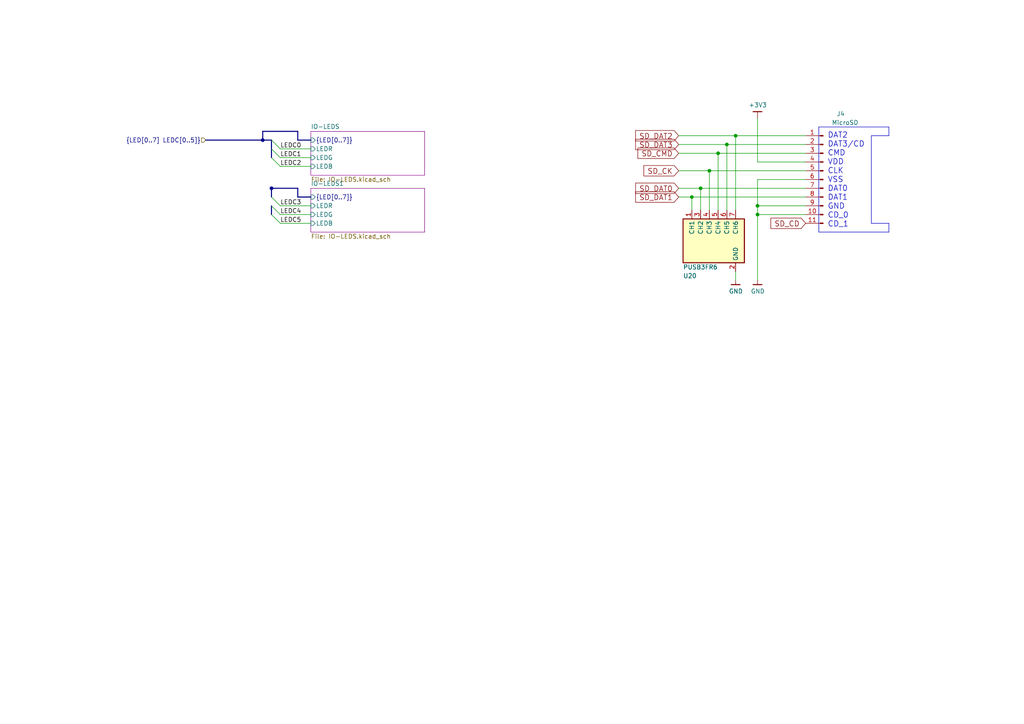
<source format=kicad_sch>
(kicad_sch (version 20200512) (host eeschema "5.99.0-unknown-711fc99~101~ubuntu18.04.1")
  (page 1 20)
  (paper "A4")
  (title_block (title "ButterStick") (date "2019-06-14") (rev "r0.2") (company "GsD"))
  (lib_symbols
    (symbol "Connector:Conn_01x11_Male" (pin_names hide)
      (property "Reference" "J" (at 0 15.24 0))
      (property "Value" "Conn_01x11_Male" (at 0 -15.24 0))
      (symbol "Conn_01x11_Male_1_1"
        (rectangle (start 0.8636 -12.573) (end 0 -12.827) (fill (type outline)))
        (rectangle (start 0.8636 -10.033) (end 0 -10.287) (fill (type outline)))
        (rectangle (start 0.8636 -7.493) (end 0 -7.747) (fill (type outline)))
        (rectangle (start 0.8636 -4.953) (end 0 -5.207) (fill (type outline)))
        (rectangle (start 0.8636 -2.413) (end 0 -2.667) (fill (type outline)))
        (rectangle (start 0.8636 0.127) (end 0 -0.127) (fill (type outline)))
        (rectangle (start 0.8636 2.667) (end 0 2.413) (fill (type outline)))
        (rectangle (start 0.8636 5.207) (end 0 4.953) (fill (type outline)))
        (rectangle (start 0.8636 7.747) (end 0 7.493) (fill (type outline)))
        (rectangle (start 0.8636 10.287) (end 0 10.033) (fill (type outline)))
        (rectangle (start 0.8636 12.827) (end 0 12.573) (fill (type outline)))
        (polyline (pts (xy 1.27 -12.7) (xy 0.8636 -12.7)))
        (polyline (pts (xy 1.27 -10.16) (xy 0.8636 -10.16)))
        (polyline (pts (xy 1.27 -7.62) (xy 0.8636 -7.62)))
        (polyline (pts (xy 1.27 -5.08) (xy 0.8636 -5.08)))
        (polyline (pts (xy 1.27 -2.54) (xy 0.8636 -2.54)))
        (polyline (pts (xy 1.27 0) (xy 0.8636 0)))
        (polyline (pts (xy 1.27 2.54) (xy 0.8636 2.54)))
        (polyline (pts (xy 1.27 5.08) (xy 0.8636 5.08)))
        (polyline (pts (xy 1.27 7.62) (xy 0.8636 7.62)))
        (polyline (pts (xy 1.27 10.16) (xy 0.8636 10.16)))
        (polyline (pts (xy 1.27 12.7) (xy 0.8636 12.7)))
        (pin passive line (at 5.08 12.7 180) (length 3.81) (name "Pin_1") (number "1"))
        (pin passive line (at 5.08 -10.16 180) (length 3.81) (name "Pin_10") (number "10"))
        (pin passive line (at 5.08 -12.7 180) (length 3.81) (name "Pin_11") (number "11"))
        (pin passive line (at 5.08 10.16 180) (length 3.81) (name "Pin_2") (number "2"))
        (pin passive line (at 5.08 7.62 180) (length 3.81) (name "Pin_3") (number "3"))
        (pin passive line (at 5.08 5.08 180) (length 3.81) (name "Pin_4") (number "4"))
        (pin passive line (at 5.08 2.54 180) (length 3.81) (name "Pin_5") (number "5"))
        (pin passive line (at 5.08 0 180) (length 3.81) (name "Pin_6") (number "6"))
        (pin passive line (at 5.08 -2.54 180) (length 3.81) (name "Pin_7") (number "7"))
        (pin passive line (at 5.08 -5.08 180) (length 3.81) (name "Pin_8") (number "8"))
        (pin passive line (at 5.08 -7.62 180) (length 3.81) (name "Pin_9") (number "9"))
      )
    )
    (symbol "gkl_misc:PUSB3FR6"
      (property "Reference" "U" (at 0 12.7 0))
      (property "Value" "PUSB3FR6" (at 0 10.16 0))
      (symbol "PUSB3FR6_0_1"
        (rectangle (start -6.35 8.89) (end 6.35 -8.89) (stroke (width 0.3302)) (fill (type background)))
      )
      (symbol "PUSB3FR6_1_1"
        (pin input line (at -8.89 6.35 0) (length 2.54) (name "CH1") (number "1"))
        (pin input line (at 8.89 -6.35 180) (length 2.54) (name "GND") (number "2"))
        (pin input line (at -8.89 3.81 0) (length 2.54) (name "CH2") (number "3"))
        (pin input line (at -8.89 1.27 0) (length 2.54) (name "CH3") (number "4"))
        (pin input line (at -8.89 -1.27 0) (length 2.54) (name "CH4") (number "5"))
        (pin input line (at -8.89 -3.81 0) (length 2.54) (name "CH5") (number "6"))
        (pin input line (at -8.89 -6.35 0) (length 2.54) (name "CH6") (number "7"))
      )
    )
    (symbol "gkl_power:+3V3" (power) (pin_names (offset 0))
      (property "Value" "+3V3" (at 0 3.556 0))
      (symbol "+3V3_0_1"
        (polyline (pts (xy -1.27 1.905) (xy 1.27 1.905)) (stroke (width 0.3048)))
        (polyline (pts (xy 0 0) (xy 0 1.905)))
      )
      (symbol "+3V3_1_1"
        (pin power_in line (at 0 0 90) (length 0) (name "+3V3") (number "1") hide)
      )
    )
    (symbol "gkl_power:GND" (power) (pin_names (offset 0))
      (property "Value" "GND" (at 0 -2.54 0))
      (symbol "GND_0_1"
        (polyline (pts (xy 0 -1.27) (xy 0 0)))
        (polyline (pts (xy 1.27 -1.27) (xy -1.27 -1.27)) (stroke (width 0.3048)))
      )
      (symbol "GND_1_1"
        (pin power_in line (at 0 0 270) (length 0) (name "GND") (number "1") hide)
      )
    )
  )
  (junction (at 200.66 57.15))
  (junction (at 203.2 54.61))
  (junction (at 205.74 49.53))
  (junction (at 208.28 44.45))
  (junction (at 210.82 41.91))
  (junction (at 213.36 39.37))
  (junction (at 219.71 59.69))
  (junction (at 219.71 62.23))
  (junction (at 76.2 40.64))
  (junction (at 78.74 54.61))
  (bus_entry (at 81.28 43.18) (size -2.54 -2.54))
  (bus_entry (at 81.28 45.72) (size -2.54 -2.54))
  (bus_entry (at 81.28 48.26) (size -2.54 -2.54))
  (bus_entry (at 81.28 59.69) (size -2.54 -2.54))
  (bus_entry (at 81.28 62.23) (size -2.54 -2.54))
  (bus_entry (at 81.28 64.77) (size -2.54 -2.54))
  (wire (pts (xy 81.28 43.18) (xy 90.17 43.18)))
  (wire (pts (xy 81.28 45.72) (xy 90.17 45.72)))
  (wire (pts (xy 81.28 48.26) (xy 90.17 48.26)))
  (wire (pts (xy 81.28 59.69) (xy 90.17 59.69)))
  (wire (pts (xy 81.28 62.23) (xy 90.17 62.23)))
  (wire (pts (xy 81.28 64.77) (xy 90.17 64.77)))
  (wire (pts (xy 196.85 39.37) (xy 213.36 39.37)))
  (wire (pts (xy 196.85 41.91) (xy 210.82 41.91)))
  (wire (pts (xy 196.85 44.45) (xy 208.28 44.45)))
  (wire (pts (xy 196.85 49.53) (xy 205.74 49.53)))
  (wire (pts (xy 196.85 54.61) (xy 203.2 54.61)))
  (wire (pts (xy 196.85 57.15) (xy 200.66 57.15)))
  (wire (pts (xy 200.66 57.15) (xy 233.68 57.15)))
  (wire (pts (xy 200.66 60.96) (xy 200.66 57.15)))
  (wire (pts (xy 203.2 54.61) (xy 233.68 54.61)))
  (wire (pts (xy 203.2 60.96) (xy 203.2 54.61)))
  (wire (pts (xy 205.74 49.53) (xy 233.68 49.53)))
  (wire (pts (xy 205.74 60.96) (xy 205.74 49.53)))
  (wire (pts (xy 208.28 44.45) (xy 233.68 44.45)))
  (wire (pts (xy 208.28 60.96) (xy 208.28 44.45)))
  (wire (pts (xy 210.82 41.91) (xy 233.68 41.91)))
  (wire (pts (xy 210.82 60.96) (xy 210.82 41.91)))
  (wire (pts (xy 213.36 39.37) (xy 233.68 39.37)))
  (wire (pts (xy 213.36 60.96) (xy 213.36 39.37)))
  (wire (pts (xy 213.36 78.74) (xy 213.36 81.28)))
  (wire (pts (xy 219.71 46.99) (xy 219.71 34.29)))
  (wire (pts (xy 219.71 52.07) (xy 219.71 59.69)))
  (wire (pts (xy 219.71 59.69) (xy 219.71 62.23)))
  (wire (pts (xy 219.71 59.69) (xy 233.68 59.69)))
  (wire (pts (xy 219.71 62.23) (xy 219.71 81.28)))
  (wire (pts (xy 233.68 46.99) (xy 219.71 46.99)))
  (wire (pts (xy 233.68 52.07) (xy 219.71 52.07)))
  (wire (pts (xy 233.68 62.23) (xy 219.71 62.23)))
  (bus (pts (xy 59.69 40.64) (xy 76.2 40.64)))
  (bus (pts (xy 76.2 38.1) (xy 86.36 38.1)))
  (bus (pts (xy 76.2 40.64) (xy 76.2 38.1)))
  (bus (pts (xy 76.2 40.64) (xy 78.74 40.64)))
  (bus (pts (xy 78.74 40.64) (xy 78.74 43.18)))
  (bus (pts (xy 78.74 43.18) (xy 78.74 54.61)))
  (bus (pts (xy 78.74 54.61) (xy 78.74 59.69)))
  (bus (pts (xy 78.74 59.69) (xy 78.74 62.23)))
  (bus (pts (xy 86.36 38.1) (xy 86.36 40.64)))
  (bus (pts (xy 86.36 40.64) (xy 90.17 40.64)))
  (bus (pts (xy 86.36 54.61) (xy 78.74 54.61)))
  (bus (pts (xy 86.36 57.15) (xy 86.36 54.61)))
  (bus (pts (xy 90.17 57.15) (xy 86.36 57.15)))
  (polyline (pts (xy 237.49 36.83) (xy 237.49 67.31)))
  (polyline (pts (xy 237.49 67.31) (xy 257.81 67.31)))
  (polyline (pts (xy 252.73 39.37) (xy 257.81 39.37)))
  (polyline (pts (xy 252.73 64.77) (xy 252.73 39.37)))
  (polyline (pts (xy 257.81 36.83) (xy 237.49 36.83)))
  (polyline (pts (xy 257.81 39.37) (xy 257.81 36.83)))
  (polyline (pts (xy 257.81 64.77) (xy 252.73 64.77)))
  (polyline (pts (xy 257.81 67.31) (xy 257.81 64.77)))
  (text "DAT2\nDAT3/CD\nCMD\nVDD\nCLK\nVSS\nDAT0\nDAT1\nGND\nCD_0\nCD_1\n" (at 240.03 66.04 0) (effects (font (size 1.6002 1.6002)) (justify left bottom)))
  (label "LEDC0" (at 81.28 43.18 0))
  (label "LEDC1" (at 81.28 45.72 0))
  (label "LEDC2" (at 81.28 48.26 0))
  (label "LEDC3" (at 81.28 59.69 0))
  (label "LEDC4" (at 81.28 62.23 0))
  (label "LEDC5" (at 81.28 64.77 0))
  (global_label "SD_DAT2" (shape input) (at 196.85 39.37 180) (effects (font (size 1.524 1.524))))
  (global_label "SD_DAT3" (shape input) (at 196.85 41.91 180) (effects (font (size 1.524 1.524))))
  (global_label "SD_CMD" (shape input) (at 196.85 44.45 180) (effects (font (size 1.524 1.524))))
  (global_label "SD_CK" (shape input) (at 196.85 49.53 180) (effects (font (size 1.524 1.524))))
  (global_label "SD_DAT0" (shape input) (at 196.85 54.61 180) (effects (font (size 1.524 1.524))))
  (global_label "SD_DAT1" (shape input) (at 196.85 57.15 180) (effects (font (size 1.524 1.524))))
  (global_label "SD_CD" (shape input) (at 233.68 64.77 180) (effects (font (size 1.524 1.524))))
  (hierarchical_label "{LED[0..7] LEDC[0..5]}" (shape input) (at 59.69 40.64 180))
  (symbol (lib_id "gkl_power:GND") (at 213.36 81.28 0) (unit 1)
    (property "Reference" "#PWR0258" (effects hide))
    (property "Value" "GND" (at 213.4362 84.4804 0))
  )
  (symbol (lib_id "gkl_power:GND") (at 219.71 81.28 0) (unit 1)
    (property "Reference" "#PWR0257" (effects hide))
    (property "Value" "GND" (at 219.7862 84.4804 0))
  )
  (symbol (lib_id "gkl_power:+3V3") (at 219.71 34.29 0) (unit 1)
    (property "Reference" "#PWR0256" (effects hide))
    (property "Value" "+3V3" (at 219.7862 30.4546 0))
  )
  (symbol (lib_id "Connector:Conn_01x11_Male") (at 238.76 52.07 0) (mirror y) (unit 1)
    (property "Reference" "J4" (at 243.84 33.02 0))
    (property "Value" "MicroSD" (at 245.11 35.56 0))
    (property "Footprint" "gkl_conn:molex_microsd_1040310811" (effects hide))
    (property "SN-DK" " WM6357CT-ND" (effects hide))
    (property "PN" "1040310811" (effects hide))
  )
  (symbol (lib_id "gkl_misc:PUSB3FR6") (at 207.01 69.85 90) (mirror x) (unit 1)
    (property "Reference" "U20" (at 198.12 80.01 90) (effects (justify right)))
    (property "Value" "PUSB3FR6" (at 198.12 77.47 90) (effects (justify right)))
    (property "Footprint" "gkl_housings_son:XSON7" (effects hide))
    (property "MFG" "Nexperia USA Inc." (effects hide))
    (property "PN" "PUSB3FR6Z" (effects hide))
  )
  (sheet (at 90.17 38.1) (size 33.02 12.7) (stroke (width 0.1524) (color 132 0 132 1)) (fill (color 255 255 255 1.0000))
    (property "Sheet name" "IO-LEDS" (at 90.17 37.4645 0) (effects (justify left bottom)))
    (property "Sheet file" "IO-LEDS.kicad_sch" (at 90.17 51.3085 0) (effects (justify left top)))
    (pin "{LED[0..7]}" input (at 90.17 40.64 180))
    (pin "LEDR" input (at 90.17 43.18 180))
    (pin "LEDG" input (at 90.17 45.72 180))
    (pin "LEDB" input (at 90.17 48.26 180))
  )
  (sheet (at 90.17 54.61) (size 33.02 12.7) (stroke (width 0.1524) (color 132 0 132 1)) (fill (color 255 255 255 1.0000))
    (property "Sheet name" "IO-LEDS1" (at 90.17 53.9745 0) (effects (justify left bottom)))
    (property "Sheet file" "IO-LEDS.kicad_sch" (at 90.17 67.8185 0) (effects (justify left top)))
    (pin "{LED[0..7]}" input (at 90.17 57.15 180))
    (pin "LEDR" input (at 90.17 59.69 180))
    (pin "LEDG" input (at 90.17 62.23 180))
    (pin "LEDB" input (at 90.17 64.77 180))
  )
)
</source>
